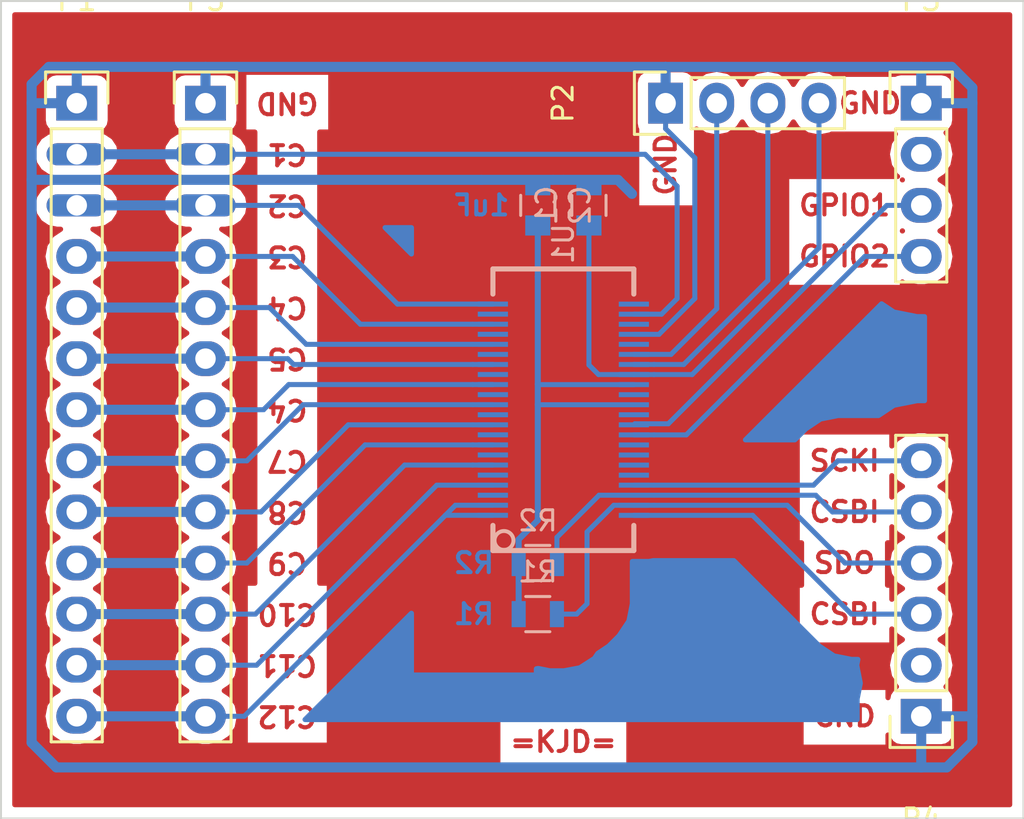
<source format=kicad_pcb>
(kicad_pcb (version 4) (host pcbnew 4.0.4+e1-6308~48~ubuntu16.04.1-stable)

  (general
    (links 48)
    (no_connects 1)
    (area 119.329999 99.009999 170.230001 139.750001)
    (thickness 1.6)
    (drawings 33)
    (tracks 164)
    (zones 0)
    (modules 10)
    (nets 24)
  )

  (page A4)
  (layers
    (0 F.Cu signal)
    (31 B.Cu signal)
    (32 B.Adhes user)
    (33 F.Adhes user)
    (34 B.Paste user hide)
    (35 F.Paste user)
    (36 B.SilkS user hide)
    (37 F.SilkS user hide)
    (38 B.Mask user)
    (39 F.Mask user)
    (40 Dwgs.User user)
    (41 Cmts.User user)
    (42 Eco1.User user)
    (43 Eco2.User user)
    (44 Edge.Cuts user)
    (45 Margin user)
    (46 B.CrtYd user)
    (47 F.CrtYd user)
    (48 B.Fab user hide)
    (49 F.Fab user hide)
  )

  (setup
    (last_trace_width 0.25)
    (user_trace_width 0.25)
    (user_trace_width 0.3)
    (user_trace_width 0.4)
    (user_trace_width 0.5)
    (trace_clearance 0.2)
    (zone_clearance 2)
    (zone_45_only no)
    (trace_min 0.2)
    (segment_width 0.2)
    (edge_width 0.1)
    (via_size 0.6)
    (via_drill 0.4)
    (via_min_size 0.4)
    (via_min_drill 0.3)
    (uvia_size 0.3)
    (uvia_drill 0.1)
    (uvias_allowed no)
    (uvia_min_size 0.2)
    (uvia_min_drill 0.1)
    (pcb_text_width 0.3)
    (pcb_text_size 1.5 1.5)
    (mod_edge_width 0.15)
    (mod_text_size 1 1)
    (mod_text_width 0.15)
    (pad_size 3 1.1)
    (pad_drill 1.016)
    (pad_to_mask_clearance 0)
    (aux_axis_origin 0 0)
    (visible_elements FFFFFF7F)
    (pcbplotparams
      (layerselection 0x01000_80000001)
      (usegerberextensions false)
      (excludeedgelayer true)
      (linewidth 0.100000)
      (plotframeref false)
      (viasonmask false)
      (mode 1)
      (useauxorigin false)
      (hpglpennumber 1)
      (hpglpenspeed 20)
      (hpglpendiameter 15)
      (hpglpenoverlay 2)
      (psnegative false)
      (psa4output false)
      (plotreference true)
      (plotvalue true)
      (plotinvisibletext false)
      (padsonsilk false)
      (subtractmaskfromsilk false)
      (outputformat 1)
      (mirror false)
      (drillshape 0)
      (scaleselection 1)
      (outputdirectory /media/mdh/KINGSTON/))
  )

  (net 0 "")
  (net 1 GND)
  (net 2 "Net-(C1-Pad2)")
  (net 3 +5V)
  (net 4 /C1)
  (net 5 /C2)
  (net 6 /C3)
  (net 7 /C4)
  (net 8 /C5)
  (net 9 /C6)
  (net 10 /C7)
  (net 11 /C8)
  (net 12 /C9)
  (net 13 /C10)
  (net 14 /C11)
  (net 15 /C12)
  (net 16 /GPIO1)
  (net 17 /GPIO2)
  (net 18 /CSBI)
  (net 19 /SDO)
  (net 20 /SCKI)
  (net 21 /Vtemp1)
  (net 22 /Vtemp2)
  (net 23 /SDI)

  (net_class Default "This is the default net class."
    (clearance 0.2)
    (trace_width 0.25)
    (via_dia 0.6)
    (via_drill 0.4)
    (uvia_dia 0.3)
    (uvia_drill 0.1)
    (add_net +5V)
    (add_net /C1)
    (add_net /C10)
    (add_net /C11)
    (add_net /C12)
    (add_net /C2)
    (add_net /C3)
    (add_net /C4)
    (add_net /C5)
    (add_net /C6)
    (add_net /C7)
    (add_net /C8)
    (add_net /C9)
    (add_net /CSBI)
    (add_net /GPIO1)
    (add_net /GPIO2)
    (add_net /SCKI)
    (add_net /SDI)
    (add_net /SDO)
    (add_net /Vtemp1)
    (add_net /Vtemp2)
    (add_net GND)
    (add_net "Net-(C1-Pad2)")
  )

  (module Capacitors_SMD:C_0805 (layer B.Cu) (tedit 5415D6EA) (tstamp 582DB4BB)
    (at 148.59 109.22 270)
    (descr "Capacitor SMD 0805, reflow soldering, AVX (see smccp.pdf)")
    (tags "capacitor 0805")
    (path /58134476)
    (attr smd)
    (fp_text reference C1 (at 0 2.1 270) (layer B.SilkS)
      (effects (font (size 1 1) (thickness 0.15)) (justify mirror))
    )
    (fp_text value C (at 0 -2.1 270) (layer B.Fab)
      (effects (font (size 1 1) (thickness 0.15)) (justify mirror))
    )
    (fp_line (start -1 -0.625) (end -1 0.625) (layer B.Fab) (width 0.15))
    (fp_line (start 1 -0.625) (end -1 -0.625) (layer B.Fab) (width 0.15))
    (fp_line (start 1 0.625) (end 1 -0.625) (layer B.Fab) (width 0.15))
    (fp_line (start -1 0.625) (end 1 0.625) (layer B.Fab) (width 0.15))
    (fp_line (start -1.8 1) (end 1.8 1) (layer B.CrtYd) (width 0.05))
    (fp_line (start -1.8 -1) (end 1.8 -1) (layer B.CrtYd) (width 0.05))
    (fp_line (start -1.8 1) (end -1.8 -1) (layer B.CrtYd) (width 0.05))
    (fp_line (start 1.8 1) (end 1.8 -1) (layer B.CrtYd) (width 0.05))
    (fp_line (start 0.5 0.85) (end -0.5 0.85) (layer B.SilkS) (width 0.15))
    (fp_line (start -0.5 -0.85) (end 0.5 -0.85) (layer B.SilkS) (width 0.15))
    (pad 1 smd rect (at -1 0 270) (size 1 1.25) (layers B.Cu B.Paste B.Mask)
      (net 1 GND))
    (pad 2 smd rect (at 1 0 270) (size 1 1.25) (layers B.Cu B.Paste B.Mask)
      (net 2 "Net-(C1-Pad2)"))
    (model Capacitors_SMD.3dshapes/C_0805.wrl
      (at (xyz 0 0 0))
      (scale (xyz 1 1 1))
      (rotate (xyz 0 0 0))
    )
  )

  (module Capacitors_SMD:C_0805 (layer B.Cu) (tedit 5415D6EA) (tstamp 582DB4C1)
    (at 146.05 109.22 90)
    (descr "Capacitor SMD 0805, reflow soldering, AVX (see smccp.pdf)")
    (tags "capacitor 0805")
    (path /581340D0)
    (attr smd)
    (fp_text reference C2 (at 0 2.1 90) (layer B.SilkS)
      (effects (font (size 1 1) (thickness 0.15)) (justify mirror))
    )
    (fp_text value C (at 0 -2.1 90) (layer B.Fab)
      (effects (font (size 1 1) (thickness 0.15)) (justify mirror))
    )
    (fp_line (start -1 -0.625) (end -1 0.625) (layer B.Fab) (width 0.15))
    (fp_line (start 1 -0.625) (end -1 -0.625) (layer B.Fab) (width 0.15))
    (fp_line (start 1 0.625) (end 1 -0.625) (layer B.Fab) (width 0.15))
    (fp_line (start -1 0.625) (end 1 0.625) (layer B.Fab) (width 0.15))
    (fp_line (start -1.8 1) (end 1.8 1) (layer B.CrtYd) (width 0.05))
    (fp_line (start -1.8 -1) (end 1.8 -1) (layer B.CrtYd) (width 0.05))
    (fp_line (start -1.8 1) (end -1.8 -1) (layer B.CrtYd) (width 0.05))
    (fp_line (start 1.8 1) (end 1.8 -1) (layer B.CrtYd) (width 0.05))
    (fp_line (start 0.5 0.85) (end -0.5 0.85) (layer B.SilkS) (width 0.15))
    (fp_line (start -0.5 -0.85) (end 0.5 -0.85) (layer B.SilkS) (width 0.15))
    (pad 1 smd rect (at -1 0 90) (size 1 1.25) (layers B.Cu B.Paste B.Mask)
      (net 3 +5V))
    (pad 2 smd rect (at 1 0 90) (size 1 1.25) (layers B.Cu B.Paste B.Mask)
      (net 1 GND))
    (model Capacitors_SMD.3dshapes/C_0805.wrl
      (at (xyz 0 0 0))
      (scale (xyz 1 1 1))
      (rotate (xyz 0 0 0))
    )
  )

  (module Pin_Headers:Pin_Header_Straight_1x13 (layer F.Cu) (tedit 582DBB06) (tstamp 582DB4D2)
    (at 123.143333 104.14)
    (descr "Through hole pin header")
    (tags "pin header")
    (path /58134AE3)
    (fp_text reference P1 (at 0 -5.1) (layer F.SilkS)
      (effects (font (size 1 1) (thickness 0.15)))
    )
    (fp_text value CONN_01X13 (at 0 -3.1) (layer F.Fab)
      (effects (font (size 1 1) (thickness 0.15)))
    )
    (fp_line (start -1.75 -1.75) (end -1.75 32.25) (layer F.CrtYd) (width 0.05))
    (fp_line (start 1.75 -1.75) (end 1.75 32.25) (layer F.CrtYd) (width 0.05))
    (fp_line (start -1.75 -1.75) (end 1.75 -1.75) (layer F.CrtYd) (width 0.05))
    (fp_line (start -1.75 32.25) (end 1.75 32.25) (layer F.CrtYd) (width 0.05))
    (fp_line (start -1.27 1.27) (end -1.27 31.75) (layer F.SilkS) (width 0.15))
    (fp_line (start -1.27 31.75) (end 1.27 31.75) (layer F.SilkS) (width 0.15))
    (fp_line (start 1.27 31.75) (end 1.27 1.27) (layer F.SilkS) (width 0.15))
    (fp_line (start 1.55 -1.55) (end 1.55 0) (layer F.SilkS) (width 0.15))
    (fp_line (start 1.27 1.27) (end -1.27 1.27) (layer F.SilkS) (width 0.15))
    (fp_line (start -1.55 0) (end -1.55 -1.55) (layer F.SilkS) (width 0.15))
    (fp_line (start -1.55 -1.55) (end 1.55 -1.55) (layer F.SilkS) (width 0.15))
    (pad 1 thru_hole rect (at 0 0) (size 2.032 1.7272) (drill 1.016) (layers *.Cu *.Mask)
      (net 1 GND))
    (pad 2 thru_hole oval (at 0 2.54) (size 3 1.1) (drill 1.016) (layers *.Cu *.Mask)
      (net 4 /C1))
    (pad 3 thru_hole oval (at 0 5.08) (size 3 1.1) (drill 1.016) (layers *.Cu *.Mask)
      (net 5 /C2))
    (pad 4 thru_hole oval (at 0 7.62) (size 2.032 1.7272) (drill 1.016) (layers *.Cu *.Mask)
      (net 6 /C3))
    (pad 5 thru_hole oval (at 0 10.16) (size 2.032 1.7272) (drill 1.016) (layers *.Cu *.Mask)
      (net 7 /C4))
    (pad 6 thru_hole oval (at 0 12.7) (size 2.032 1.7272) (drill 1.016) (layers *.Cu *.Mask)
      (net 8 /C5))
    (pad 7 thru_hole oval (at 0 15.24) (size 2.032 1.7272) (drill 1.016) (layers *.Cu *.Mask)
      (net 9 /C6))
    (pad 8 thru_hole oval (at 0 17.78) (size 2.032 1.7272) (drill 1.016) (layers *.Cu *.Mask)
      (net 10 /C7))
    (pad 9 thru_hole oval (at 0 20.32) (size 2.032 1.7272) (drill 1.016) (layers *.Cu *.Mask)
      (net 11 /C8))
    (pad 10 thru_hole oval (at 0 22.86) (size 2.032 1.7272) (drill 1.016) (layers *.Cu *.Mask)
      (net 12 /C9))
    (pad 11 thru_hole oval (at 0 25.4) (size 2.032 1.7272) (drill 1.016) (layers *.Cu *.Mask)
      (net 13 /C10))
    (pad 12 thru_hole oval (at 0 27.94) (size 2.032 1.7272) (drill 1.016) (layers *.Cu *.Mask)
      (net 14 /C11))
    (pad 13 thru_hole oval (at 0 30.48) (size 2.032 1.7272) (drill 1.016) (layers *.Cu *.Mask)
      (net 15 /C12))
    (model Pin_Headers.3dshapes/Pin_Header_Straight_1x13.wrl
      (at (xyz 0 -0.6 0))
      (scale (xyz 1 1 1))
      (rotate (xyz 0 0 90))
    )
  )

  (module Pin_Headers:Pin_Header_Straight_1x04 (layer F.Cu) (tedit 0) (tstamp 582DB4DA)
    (at 152.4 104.14 90)
    (descr "Through hole pin header")
    (tags "pin header")
    (path /58134C1B)
    (fp_text reference P2 (at 0 -5.1 90) (layer F.SilkS)
      (effects (font (size 1 1) (thickness 0.15)))
    )
    (fp_text value CONN_01X04 (at 0 -3.1 90) (layer F.Fab)
      (effects (font (size 1 1) (thickness 0.15)))
    )
    (fp_line (start -1.75 -1.75) (end -1.75 9.4) (layer F.CrtYd) (width 0.05))
    (fp_line (start 1.75 -1.75) (end 1.75 9.4) (layer F.CrtYd) (width 0.05))
    (fp_line (start -1.75 -1.75) (end 1.75 -1.75) (layer F.CrtYd) (width 0.05))
    (fp_line (start -1.75 9.4) (end 1.75 9.4) (layer F.CrtYd) (width 0.05))
    (fp_line (start -1.27 1.27) (end -1.27 8.89) (layer F.SilkS) (width 0.15))
    (fp_line (start 1.27 1.27) (end 1.27 8.89) (layer F.SilkS) (width 0.15))
    (fp_line (start 1.55 -1.55) (end 1.55 0) (layer F.SilkS) (width 0.15))
    (fp_line (start -1.27 8.89) (end 1.27 8.89) (layer F.SilkS) (width 0.15))
    (fp_line (start 1.27 1.27) (end -1.27 1.27) (layer F.SilkS) (width 0.15))
    (fp_line (start -1.55 0) (end -1.55 -1.55) (layer F.SilkS) (width 0.15))
    (fp_line (start -1.55 -1.55) (end 1.55 -1.55) (layer F.SilkS) (width 0.15))
    (pad 1 thru_hole rect (at 0 0 90) (size 2.032 1.7272) (drill 1.016) (layers *.Cu *.Mask)
      (net 1 GND))
    (pad 2 thru_hole oval (at 0 2.54 90) (size 2.032 1.7272) (drill 1.016) (layers *.Cu *.Mask)
      (net 21 /Vtemp1))
    (pad 3 thru_hole oval (at 0 5.08 90) (size 2.032 1.7272) (drill 1.016) (layers *.Cu *.Mask)
      (net 22 /Vtemp2))
    (pad 4 thru_hole oval (at 0 7.62 90) (size 2.032 1.7272) (drill 1.016) (layers *.Cu *.Mask)
      (net 2 "Net-(C1-Pad2)"))
    (model Pin_Headers.3dshapes/Pin_Header_Straight_1x04.wrl
      (at (xyz 0 -0.15 0))
      (scale (xyz 1 1 1))
      (rotate (xyz 0 0 90))
    )
  )

  (module Pin_Headers:Pin_Header_Straight_1x04 (layer F.Cu) (tedit 0) (tstamp 582DB4E2)
    (at 165.1 104.14)
    (descr "Through hole pin header")
    (tags "pin header")
    (path /5813505B)
    (fp_text reference P3 (at 0 -5.1) (layer F.SilkS)
      (effects (font (size 1 1) (thickness 0.15)))
    )
    (fp_text value CONN_01X04 (at 0 -3.1) (layer F.Fab)
      (effects (font (size 1 1) (thickness 0.15)))
    )
    (fp_line (start -1.75 -1.75) (end -1.75 9.4) (layer F.CrtYd) (width 0.05))
    (fp_line (start 1.75 -1.75) (end 1.75 9.4) (layer F.CrtYd) (width 0.05))
    (fp_line (start -1.75 -1.75) (end 1.75 -1.75) (layer F.CrtYd) (width 0.05))
    (fp_line (start -1.75 9.4) (end 1.75 9.4) (layer F.CrtYd) (width 0.05))
    (fp_line (start -1.27 1.27) (end -1.27 8.89) (layer F.SilkS) (width 0.15))
    (fp_line (start 1.27 1.27) (end 1.27 8.89) (layer F.SilkS) (width 0.15))
    (fp_line (start 1.55 -1.55) (end 1.55 0) (layer F.SilkS) (width 0.15))
    (fp_line (start -1.27 8.89) (end 1.27 8.89) (layer F.SilkS) (width 0.15))
    (fp_line (start 1.27 1.27) (end -1.27 1.27) (layer F.SilkS) (width 0.15))
    (fp_line (start -1.55 0) (end -1.55 -1.55) (layer F.SilkS) (width 0.15))
    (fp_line (start -1.55 -1.55) (end 1.55 -1.55) (layer F.SilkS) (width 0.15))
    (pad 1 thru_hole rect (at 0 0) (size 2.032 1.7272) (drill 1.016) (layers *.Cu *.Mask)
      (net 1 GND))
    (pad 2 thru_hole oval (at 0 2.54) (size 2.032 1.7272) (drill 1.016) (layers *.Cu *.Mask))
    (pad 3 thru_hole oval (at 0 5.08) (size 2.032 1.7272) (drill 1.016) (layers *.Cu *.Mask)
      (net 16 /GPIO1))
    (pad 4 thru_hole oval (at 0 7.62) (size 2.032 1.7272) (drill 1.016) (layers *.Cu *.Mask)
      (net 17 /GPIO2))
    (model Pin_Headers.3dshapes/Pin_Header_Straight_1x04.wrl
      (at (xyz 0 -0.15 0))
      (scale (xyz 1 1 1))
      (rotate (xyz 0 0 90))
    )
  )

  (module Pin_Headers:Pin_Header_Straight_1x06 (layer F.Cu) (tedit 0) (tstamp 582DB4EC)
    (at 165.1 134.62 180)
    (descr "Through hole pin header")
    (tags "pin header")
    (path /58135470)
    (fp_text reference P4 (at 0 -5.1 180) (layer F.SilkS)
      (effects (font (size 1 1) (thickness 0.15)))
    )
    (fp_text value CONN_01X06 (at 0 -3.1 180) (layer F.Fab)
      (effects (font (size 1 1) (thickness 0.15)))
    )
    (fp_line (start -1.75 -1.75) (end -1.75 14.45) (layer F.CrtYd) (width 0.05))
    (fp_line (start 1.75 -1.75) (end 1.75 14.45) (layer F.CrtYd) (width 0.05))
    (fp_line (start -1.75 -1.75) (end 1.75 -1.75) (layer F.CrtYd) (width 0.05))
    (fp_line (start -1.75 14.45) (end 1.75 14.45) (layer F.CrtYd) (width 0.05))
    (fp_line (start 1.27 1.27) (end 1.27 13.97) (layer F.SilkS) (width 0.15))
    (fp_line (start 1.27 13.97) (end -1.27 13.97) (layer F.SilkS) (width 0.15))
    (fp_line (start -1.27 13.97) (end -1.27 1.27) (layer F.SilkS) (width 0.15))
    (fp_line (start 1.55 -1.55) (end 1.55 0) (layer F.SilkS) (width 0.15))
    (fp_line (start 1.27 1.27) (end -1.27 1.27) (layer F.SilkS) (width 0.15))
    (fp_line (start -1.55 0) (end -1.55 -1.55) (layer F.SilkS) (width 0.15))
    (fp_line (start -1.55 -1.55) (end 1.55 -1.55) (layer F.SilkS) (width 0.15))
    (pad 1 thru_hole rect (at 0 0 180) (size 2.032 1.7272) (drill 1.016) (layers *.Cu *.Mask)
      (net 1 GND))
    (pad 2 thru_hole oval (at 0 2.54 180) (size 2.032 1.7272) (drill 1.016) (layers *.Cu *.Mask))
    (pad 3 thru_hole oval (at 0 5.08 180) (size 2.032 1.7272) (drill 1.016) (layers *.Cu *.Mask)
      (net 18 /CSBI))
    (pad 4 thru_hole oval (at 0 7.62 180) (size 2.032 1.7272) (drill 1.016) (layers *.Cu *.Mask)
      (net 19 /SDO))
    (pad 5 thru_hole oval (at 0 10.16 180) (size 2.032 1.7272) (drill 1.016) (layers *.Cu *.Mask)
      (net 23 /SDI))
    (pad 6 thru_hole oval (at 0 12.7 180) (size 2.032 1.7272) (drill 1.016) (layers *.Cu *.Mask)
      (net 20 /SCKI))
    (model Pin_Headers.3dshapes/Pin_Header_Straight_1x06.wrl
      (at (xyz 0 -0.25 0))
      (scale (xyz 1 1 1))
      (rotate (xyz 0 0 90))
    )
  )

  (module Pin_Headers:Pin_Header_Straight_1x13 (layer F.Cu) (tedit 582DBAFE) (tstamp 582DB4FD)
    (at 129.54 104.14)
    (descr "Through hole pin header")
    (tags "pin header")
    (path /582DD503)
    (fp_text reference P5 (at 0 -5.1) (layer F.SilkS)
      (effects (font (size 1 1) (thickness 0.15)))
    )
    (fp_text value CONN_01X13 (at 0 -3.1) (layer F.Fab)
      (effects (font (size 1 1) (thickness 0.15)))
    )
    (fp_line (start -1.75 -1.75) (end -1.75 32.25) (layer F.CrtYd) (width 0.05))
    (fp_line (start 1.75 -1.75) (end 1.75 32.25) (layer F.CrtYd) (width 0.05))
    (fp_line (start -1.75 -1.75) (end 1.75 -1.75) (layer F.CrtYd) (width 0.05))
    (fp_line (start -1.75 32.25) (end 1.75 32.25) (layer F.CrtYd) (width 0.05))
    (fp_line (start -1.27 1.27) (end -1.27 31.75) (layer F.SilkS) (width 0.15))
    (fp_line (start -1.27 31.75) (end 1.27 31.75) (layer F.SilkS) (width 0.15))
    (fp_line (start 1.27 31.75) (end 1.27 1.27) (layer F.SilkS) (width 0.15))
    (fp_line (start 1.55 -1.55) (end 1.55 0) (layer F.SilkS) (width 0.15))
    (fp_line (start 1.27 1.27) (end -1.27 1.27) (layer F.SilkS) (width 0.15))
    (fp_line (start -1.55 0) (end -1.55 -1.55) (layer F.SilkS) (width 0.15))
    (fp_line (start -1.55 -1.55) (end 1.55 -1.55) (layer F.SilkS) (width 0.15))
    (pad 1 thru_hole rect (at 0 0) (size 2.032 1.7272) (drill 1.016) (layers *.Cu *.Mask)
      (net 1 GND))
    (pad 2 thru_hole oval (at 0 2.54) (size 3 1.1) (drill 1.016) (layers *.Cu *.Mask)
      (net 4 /C1))
    (pad 3 thru_hole oval (at 0 5.08) (size 3 1.1) (drill 1.016) (layers *.Cu *.Mask)
      (net 5 /C2))
    (pad 4 thru_hole oval (at 0 7.62) (size 2.032 1.7272) (drill 1.016) (layers *.Cu *.Mask)
      (net 6 /C3))
    (pad 5 thru_hole oval (at 0 10.16) (size 2.032 1.7272) (drill 1.016) (layers *.Cu *.Mask)
      (net 7 /C4))
    (pad 6 thru_hole oval (at 0 12.7) (size 2.032 1.7272) (drill 1.016) (layers *.Cu *.Mask)
      (net 8 /C5))
    (pad 7 thru_hole oval (at 0 15.24) (size 2.032 1.7272) (drill 1.016) (layers *.Cu *.Mask)
      (net 9 /C6))
    (pad 8 thru_hole oval (at 0 17.78) (size 2.032 1.7272) (drill 1.016) (layers *.Cu *.Mask)
      (net 10 /C7))
    (pad 9 thru_hole oval (at 0 20.32) (size 2.032 1.7272) (drill 1.016) (layers *.Cu *.Mask)
      (net 11 /C8))
    (pad 10 thru_hole oval (at 0 22.86) (size 2.032 1.7272) (drill 1.016) (layers *.Cu *.Mask)
      (net 12 /C9))
    (pad 11 thru_hole oval (at 0 25.4) (size 2.032 1.7272) (drill 1.016) (layers *.Cu *.Mask)
      (net 13 /C10))
    (pad 12 thru_hole oval (at 0 27.94) (size 2.032 1.7272) (drill 1.016) (layers *.Cu *.Mask)
      (net 14 /C11))
    (pad 13 thru_hole oval (at 0 30.48) (size 2.032 1.7272) (drill 1.016) (layers *.Cu *.Mask)
      (net 15 /C12))
    (model Pin_Headers.3dshapes/Pin_Header_Straight_1x13.wrl
      (at (xyz 0 -0.6 0))
      (scale (xyz 1 1 1))
      (rotate (xyz 0 0 90))
    )
  )

  (module KiCad-Dev:SSOP-44 placed (layer B.Cu) (tedit 5146436F) (tstamp 582DB539)
    (at 147.32 119.38 90)
    (path /58133900)
    (solder_mask_margin 0.0508)
    (fp_text reference U1 (at 8.25 0 90) (layer B.SilkS)
      (effects (font (size 1.00076 1.00076) (thickness 0.14986)) (justify mirror))
    )
    (fp_text value LTC6802-2 (at -0.14986 -1.39954 90) (layer B.SilkS) hide
      (effects (font (thickness 0.3048)) (justify mirror))
    )
    (fp_line (start 5.75 3.5) (end 7 3.5) (layer B.SilkS) (width 0.254))
    (fp_line (start 7 3.5) (end 7 -3.5) (layer B.SilkS) (width 0.254))
    (fp_line (start 7 -3.5) (end 5.75 -3.5) (layer B.SilkS) (width 0.254))
    (fp_line (start -5.75 3.5) (end -7 3.5) (layer B.SilkS) (width 0.254))
    (fp_line (start -7 3.5) (end -7 -3.5) (layer B.SilkS) (width 0.254))
    (fp_line (start -7 -3.5) (end -5.75 -3.5) (layer B.SilkS) (width 0.254))
    (fp_circle (center -6.4991 -2.95034) (end -6.10032 -3.19926) (layer B.SilkS) (width 0.19558))
    (pad 1 smd rect (at -5.24764 -3.50266 90) (size 0.24892 1.4986) (layers B.Cu B.Paste B.Mask)
      (net 15 /C12))
    (pad 2 smd rect (at -4.74726 -3.50266 90) (size 0.24892 1.4986) (layers B.Cu B.Paste B.Mask)
      (net 15 /C12))
    (pad 3 smd rect (at -4.24942 -3.50266 90) (size 0.24892 1.4986) (layers B.Cu B.Paste B.Mask))
    (pad 4 smd rect (at -3.74904 -3.50266 90) (size 0.24892 1.4986) (layers B.Cu B.Paste B.Mask)
      (net 14 /C11))
    (pad 5 smd rect (at -3.24866 -3.50266 90) (size 0.24892 1.4986) (layers B.Cu B.Paste B.Mask))
    (pad 6 smd rect (at -2.74828 -3.50266 90) (size 0.24892 1.4986) (layers B.Cu B.Paste B.Mask)
      (net 13 /C10))
    (pad 7 smd rect (at -2.2479 -3.50266 90) (size 0.24892 1.4986) (layers B.Cu B.Paste B.Mask))
    (pad 8 smd rect (at -1.74752 -3.50266 90) (size 0.24892 1.4986) (layers B.Cu B.Paste B.Mask)
      (net 12 /C9))
    (pad 9 smd rect (at -1.24714 -3.50266 90) (size 0.24892 1.4986) (layers B.Cu B.Paste B.Mask))
    (pad 10 smd rect (at -0.7493 -3.50266 90) (size 0.24892 1.4986) (layers B.Cu B.Paste B.Mask)
      (net 11 /C8))
    (pad 11 smd rect (at -0.24892 -3.50266 90) (size 0.24892 1.4986) (layers B.Cu B.Paste B.Mask))
    (pad 12 smd rect (at 0.25146 -3.50266 90) (size 0.24892 1.4986) (layers B.Cu B.Paste B.Mask)
      (net 10 /C7))
    (pad 13 smd rect (at 0.75184 -3.50266 90) (size 0.24892 1.4986) (layers B.Cu B.Paste B.Mask))
    (pad 14 smd rect (at 1.25222 -3.50266 90) (size 0.24892 1.4986) (layers B.Cu B.Paste B.Mask)
      (net 9 /C6))
    (pad 15 smd rect (at 1.7526 -3.50266 90) (size 0.24892 1.4986) (layers B.Cu B.Paste B.Mask))
    (pad 16 smd rect (at 2.25044 -3.50266 90) (size 0.24892 1.4986) (layers B.Cu B.Paste B.Mask)
      (net 8 /C5))
    (pad 17 smd rect (at 2.75082 -3.50266 90) (size 0.24892 1.4986) (layers B.Cu B.Paste B.Mask))
    (pad 18 smd rect (at 3.2512 -3.50266 90) (size 0.24892 1.4986) (layers B.Cu B.Paste B.Mask)
      (net 7 /C4))
    (pad 19 smd rect (at 3.75158 -3.50266 90) (size 0.24892 1.4986) (layers B.Cu B.Paste B.Mask))
    (pad 20 smd rect (at 4.25196 -3.50266 90) (size 0.24892 1.4986) (layers B.Cu B.Paste B.Mask)
      (net 6 /C3))
    (pad 21 smd rect (at 4.75234 -3.50266 90) (size 0.24892 1.4986) (layers B.Cu B.Paste B.Mask))
    (pad 22 smd rect (at 5.25272 -3.50266 90) (size 0.24892 1.4986) (layers B.Cu B.Paste B.Mask)
      (net 5 /C2))
    (pad 23 smd rect (at 5.25018 3.50266 90) (size 0.24892 1.4986) (layers B.Cu B.Paste B.Mask))
    (pad 24 smd rect (at 4.7498 3.50266 90) (size 0.24892 1.4986) (layers B.Cu B.Paste B.Mask)
      (net 4 /C1))
    (pad 25 smd rect (at 4.24942 3.50266 90) (size 0.24892 1.4986) (layers B.Cu B.Paste B.Mask))
    (pad 26 smd rect (at 3.74904 3.50266 90) (size 0.24892 1.4986) (layers B.Cu B.Paste B.Mask)
      (net 1 GND))
    (pad 27 smd rect (at 3.2512 3.50266 90) (size 0.24892 1.4986) (layers B.Cu B.Paste B.Mask))
    (pad 28 smd rect (at 2.75082 3.50266 90) (size 0.24892 1.4986) (layers B.Cu B.Paste B.Mask)
      (net 21 /Vtemp1))
    (pad 29 smd rect (at 2.25044 3.50266 90) (size 0.24892 1.4986) (layers B.Cu B.Paste B.Mask)
      (net 22 /Vtemp2))
    (pad 30 smd rect (at 1.75006 3.50266 90) (size 0.24892 1.4986) (layers B.Cu B.Paste B.Mask)
      (net 2 "Net-(C1-Pad2)"))
    (pad 31 smd rect (at 1.24968 3.50266 90) (size 0.24892 1.4986) (layers B.Cu B.Paste B.Mask)
      (net 3 +5V))
    (pad 32 smd rect (at 0.7493 3.50266 90) (size 0.24892 1.4986) (layers B.Cu B.Paste B.Mask))
    (pad 33 smd rect (at 0.24892 3.50266 90) (size 0.24892 1.4986) (layers B.Cu B.Paste B.Mask)
      (net 3 +5V))
    (pad 34 smd rect (at -0.24892 3.50266 90) (size 0.24892 1.4986) (layers B.Cu B.Paste B.Mask))
    (pad 35 smd rect (at -0.7493 3.50266 90) (size 0.24892 1.4986) (layers B.Cu B.Paste B.Mask)
      (net 16 /GPIO1))
    (pad 36 smd rect (at -1.24968 3.50266 90) (size 0.24892 1.4986) (layers B.Cu B.Paste B.Mask)
      (net 17 /GPIO2))
    (pad 37 smd rect (at -1.75006 3.50266 90) (size 0.24892 1.4986) (layers B.Cu B.Paste B.Mask))
    (pad 38 smd rect (at -2.25044 3.50266 90) (size 0.24892 1.4986) (layers B.Cu B.Paste B.Mask))
    (pad 39 smd rect (at -2.75082 3.50266 90) (size 0.24892 1.4986) (layers B.Cu B.Paste B.Mask))
    (pad 40 smd rect (at -3.2512 3.50266 90) (size 0.24892 1.4986) (layers B.Cu B.Paste B.Mask))
    (pad 41 smd rect (at -3.74904 3.50266 90) (size 0.24892 1.4986) (layers B.Cu B.Paste B.Mask)
      (net 20 /SCKI))
    (pad 42 smd rect (at -4.24942 3.50266 90) (size 0.24892 1.4986) (layers B.Cu B.Paste B.Mask)
      (net 23 /SDI))
    (pad 43 smd rect (at -4.7498 3.50266 90) (size 0.24892 1.4986) (layers B.Cu B.Paste B.Mask)
      (net 19 /SDO))
    (pad 44 smd rect (at -5.25018 3.50266 90) (size 0.24892 1.4986) (layers B.Cu B.Paste B.Mask)
      (net 18 /CSBI))
  )

  (module Resistors_SMD:R_0805 (layer B.Cu) (tedit 5415CDEB) (tstamp 582DBBE5)
    (at 146.05 129.54 180)
    (descr "Resistor SMD 0805, reflow soldering, Vishay (see dcrcw.pdf)")
    (tags "resistor 0805")
    (path /58133EAB)
    (attr smd)
    (fp_text reference R1 (at 0 2.1 180) (layer B.SilkS)
      (effects (font (size 1 1) (thickness 0.15)) (justify mirror))
    )
    (fp_text value R (at 0 -2.1 180) (layer B.Fab)
      (effects (font (size 1 1) (thickness 0.15)) (justify mirror))
    )
    (fp_line (start -1.6 1) (end 1.6 1) (layer B.CrtYd) (width 0.05))
    (fp_line (start -1.6 -1) (end 1.6 -1) (layer B.CrtYd) (width 0.05))
    (fp_line (start -1.6 1) (end -1.6 -1) (layer B.CrtYd) (width 0.05))
    (fp_line (start 1.6 1) (end 1.6 -1) (layer B.CrtYd) (width 0.05))
    (fp_line (start 0.6 -0.875) (end -0.6 -0.875) (layer B.SilkS) (width 0.15))
    (fp_line (start -0.6 0.875) (end 0.6 0.875) (layer B.SilkS) (width 0.15))
    (pad 1 smd rect (at -0.95 0 180) (size 0.7 1.3) (layers B.Cu B.Paste B.Mask)
      (net 19 /SDO))
    (pad 2 smd rect (at 0.95 0 180) (size 0.7 1.3) (layers B.Cu B.Paste B.Mask)
      (net 3 +5V))
    (model Resistors_SMD.3dshapes/R_0805.wrl
      (at (xyz 0 0 0))
      (scale (xyz 1 1 1))
      (rotate (xyz 0 0 0))
    )
  )

  (module Resistors_SMD:R_0805 (layer B.Cu) (tedit 5415CDEB) (tstamp 582DBC19)
    (at 146.05 127 180)
    (descr "Resistor SMD 0805, reflow soldering, Vishay (see dcrcw.pdf)")
    (tags "resistor 0805")
    (path /58133F04)
    (attr smd)
    (fp_text reference R2 (at 0 2.1 180) (layer B.SilkS)
      (effects (font (size 1 1) (thickness 0.15)) (justify mirror))
    )
    (fp_text value R (at 0 -2.1 180) (layer B.Fab)
      (effects (font (size 1 1) (thickness 0.15)) (justify mirror))
    )
    (fp_line (start -1.6 1) (end 1.6 1) (layer B.CrtYd) (width 0.05))
    (fp_line (start -1.6 -1) (end 1.6 -1) (layer B.CrtYd) (width 0.05))
    (fp_line (start -1.6 1) (end -1.6 -1) (layer B.CrtYd) (width 0.05))
    (fp_line (start 1.6 1) (end 1.6 -1) (layer B.CrtYd) (width 0.05))
    (fp_line (start 0.6 -0.875) (end -0.6 -0.875) (layer B.SilkS) (width 0.15))
    (fp_line (start -0.6 0.875) (end 0.6 0.875) (layer B.SilkS) (width 0.15))
    (pad 1 smd rect (at -0.95 0 180) (size 0.7 1.3) (layers B.Cu B.Paste B.Mask)
      (net 23 /SDI))
    (pad 2 smd rect (at 0.95 0 180) (size 0.7 1.3) (layers B.Cu B.Paste B.Mask)
      (net 3 +5V))
    (model Resistors_SMD.3dshapes/R_0805.wrl
      (at (xyz 0 0 0))
      (scale (xyz 1 1 1))
      (rotate (xyz 0 0 0))
    )
  )

  (gr_line (start 119.38 139.7) (end 170.18 139.7) (layer Edge.Cuts) (width 0.1))
  (gr_line (start 119.38 99.06) (end 119.38 139.7) (layer Edge.Cuts) (width 0.1))
  (gr_line (start 170.18 99.06) (end 119.38 99.06) (layer Edge.Cuts) (width 0.1))
  (gr_line (start 170.18 139.7) (end 170.18 99.06) (layer Edge.Cuts) (width 0.1))
  (gr_text =KJD= (at 147.32 135.89) (layer F.Cu)
    (effects (font (size 1 1) (thickness 0.2)))
  )
  (gr_text 1uF (at 143.256 109.22 360) (layer B.Cu) (tstamp 582DC553)
    (effects (font (size 1 1) (thickness 0.2)) (justify mirror))
  )
  (gr_text R1 (at 142.875 129.54) (layer B.Cu) (tstamp 582DC549)
    (effects (font (size 1 1) (thickness 0.2)) (justify mirror))
  )
  (gr_text R2 (at 142.875 127) (layer B.Cu) (tstamp 582DC4D2)
    (effects (font (size 1 1) (thickness 0.2)) (justify mirror))
  )
  (gr_text GND (at 162.56 104.14) (layer F.Cu) (tstamp 582DC1B8)
    (effects (font (size 1 1) (thickness 0.2)))
  )
  (gr_text GPIO1 (at 161.29 109.22) (layer F.Cu) (tstamp 582DC1B2)
    (effects (font (size 1 1) (thickness 0.2)))
  )
  (gr_text GPIO2 (at 161.29 111.76) (layer F.Cu) (tstamp 582DC1AB)
    (effects (font (size 1 1) (thickness 0.2)))
  )
  (gr_text SCKI (at 161.29 121.92) (layer F.Cu) (tstamp 582DC1A2)
    (effects (font (size 1 1) (thickness 0.2)))
  )
  (gr_text CSBI (at 161.29 124.46) (layer F.Cu) (tstamp 582DC19B)
    (effects (font (size 1 1) (thickness 0.2)))
  )
  (gr_text SDO (at 161.29 127) (layer F.Cu) (tstamp 582DC195)
    (effects (font (size 1 1) (thickness 0.2)))
  )
  (gr_text CSBI (at 161.29 129.54) (layer F.Cu) (tstamp 582DC18F)
    (effects (font (size 1 1) (thickness 0.2)))
  )
  (gr_text C12 (at 133.604 134.62 180) (layer F.Cu) (tstamp 582DBD3C)
    (effects (font (size 1 1) (thickness 0.2)))
  )
  (gr_text C11 (at 133.604 132.08 180) (layer F.Cu) (tstamp 582DBD39)
    (effects (font (size 1 1) (thickness 0.2)))
  )
  (gr_text C10 (at 133.604 129.54 180) (layer F.Cu) (tstamp 582DBD34)
    (effects (font (size 1 1) (thickness 0.2)))
  )
  (gr_text C9 (at 133.604 127 180) (layer F.Cu) (tstamp 582DBD29)
    (effects (font (size 1 1) (thickness 0.2)))
  )
  (gr_text C8 (at 133.604 124.46 180) (layer F.Cu) (tstamp 582DBD24)
    (effects (font (size 1 1) (thickness 0.2)))
  )
  (gr_text C7 (at 133.604 121.92 180) (layer F.Cu) (tstamp 582DBD1F)
    (effects (font (size 1 1) (thickness 0.2)))
  )
  (gr_text C4 (at 133.604 119.38 180) (layer F.Cu) (tstamp 582DBD15)
    (effects (font (size 1 1) (thickness 0.2)))
  )
  (gr_text C5 (at 133.604 116.84 180) (layer F.Cu) (tstamp 582DBD10)
    (effects (font (size 1 1) (thickness 0.2)))
  )
  (gr_text C4 (at 133.604 114.3 180) (layer F.Cu) (tstamp 582DBD0C)
    (effects (font (size 1 1) (thickness 0.2)))
  )
  (gr_text C3 (at 133.604 111.76 180) (layer F.Cu) (tstamp 582DBD07)
    (effects (font (size 1 1) (thickness 0.2)))
  )
  (gr_text C2 (at 133.604 109.22 180) (layer F.Cu) (tstamp 582DBCFE)
    (effects (font (size 1 1) (thickness 0.2)))
  )
  (gr_text C1 (at 133.604 106.68 180) (layer F.Cu) (tstamp 582DBCF7)
    (effects (font (size 1 1) (thickness 0.2)))
  )
  (gr_text GND (at 133.604 104.14 180) (layer F.Cu) (tstamp 582DBCF3)
    (effects (font (size 1 1) (thickness 0.2)))
  )
  (gr_text GND (at 152.4 107.188 90) (layer F.Cu) (tstamp 582DBCEB)
    (effects (font (size 1 1) (thickness 0.2)))
  )
  (gr_text GND (at 161.29 134.62) (layer F.Cu)
    (effects (font (size 1 1) (thickness 0.2)))
  )
  (gr_line (start 147.32 134.62) (end 147.32 119.38) (layer Dwgs.User) (width 0.2))
  (gr_line (start 162.56 134.62) (end 147.32 134.62) (layer Dwgs.User) (width 0.2) (tstamp 582DB7AE))
  (gr_line (start 147.32 134.62) (end 132.08 134.62) (layer Dwgs.User) (width 0.2))

  (segment (start 147.32 107.95) (end 150.031882 107.95) (width 0.5) (layer B.Cu) (net 1))
  (segment (start 150.031882 107.95) (end 150.729682 108.6478) (width 0.5) (layer B.Cu) (net 1))
  (segment (start 146.812 107.95) (end 147.32 107.95) (width 0.5) (layer B.Cu) (net 1))
  (segment (start 147.32 107.95) (end 148.082 107.95) (width 0.25) (layer B.Cu) (net 1))
  (segment (start 143.24 107.95) (end 146.812 107.95) (width 0.5) (layer B.Cu) (net 1))
  (segment (start 146.812 107.95) (end 146.32 107.95) (width 0.25) (layer B.Cu) (net 1))
  (segment (start 146.32 107.95) (end 146.05 108.22) (width 0.25) (layer B.Cu) (net 1))
  (segment (start 148.59 108.22) (end 148.59 107.95) (width 0.25) (layer B.Cu) (net 1))
  (segment (start 120.901705 107.95) (end 143.24 107.95) (width 0.5) (layer B.Cu) (net 1))
  (segment (start 122.132064 137.16) (end 165.1 137.16) (width 0.5) (layer B.Cu) (net 1))
  (segment (start 165.1 137.16) (end 166.37 137.16) (width 0.5) (layer B.Cu) (net 1))
  (segment (start 165.1 134.62) (end 165.1 137.16) (width 0.5) (layer B.Cu) (net 1))
  (segment (start 167.64 135.89) (end 167.64 134.62) (width 0.5) (layer B.Cu) (net 1))
  (segment (start 167.64 134.62) (end 167.64 104.14) (width 0.5) (layer B.Cu) (net 1))
  (segment (start 165.1 134.62) (end 167.64 134.62) (width 0.5) (layer B.Cu) (net 1))
  (segment (start 120.901705 107.95) (end 120.901705 135.929641) (width 0.5) (layer B.Cu) (net 1))
  (segment (start 120.901705 135.929641) (end 122.132064 137.16) (width 0.5) (layer B.Cu) (net 1))
  (segment (start 166.37 137.16) (end 167.64 135.89) (width 0.5) (layer B.Cu) (net 1))
  (segment (start 167.64 104.14) (end 167.64 103.367226) (width 0.5) (layer B.Cu) (net 1))
  (segment (start 165.1 104.14) (end 167.64 104.14) (width 0.5) (layer B.Cu) (net 1))
  (segment (start 166.607927 102.335153) (end 165.1 102.335153) (width 0.5) (layer B.Cu) (net 1))
  (segment (start 165.1 102.335153) (end 152.400611 102.335153) (width 0.5) (layer B.Cu) (net 1))
  (segment (start 165.1 104.14) (end 165.1 102.335153) (width 0.5) (layer B.Cu) (net 1))
  (segment (start 167.64 103.367226) (end 166.607927 102.335153) (width 0.5) (layer B.Cu) (net 1))
  (segment (start 152.400611 102.335153) (end 152.4 102.335764) (width 0.5) (layer B.Cu) (net 1))
  (segment (start 120.901705 107.95) (end 120.901705 104.14) (width 0.5) (layer B.Cu) (net 1))
  (segment (start 120.901705 104.14) (end 120.901705 103.192798) (width 0.5) (layer B.Cu) (net 1))
  (segment (start 123.143333 104.14) (end 120.901705 104.14) (width 0.5) (layer B.Cu) (net 1))
  (segment (start 121.758739 102.335764) (end 123.19 102.335764) (width 0.5) (layer B.Cu) (net 1))
  (segment (start 123.19 102.335764) (end 129.54 102.335764) (width 0.5) (layer B.Cu) (net 1))
  (segment (start 123.143333 104.14) (end 123.143333 102.382431) (width 0.5) (layer B.Cu) (net 1))
  (segment (start 123.143333 102.382431) (end 123.19 102.335764) (width 0.5) (layer B.Cu) (net 1))
  (segment (start 129.54 102.335764) (end 152.4 102.335764) (width 0.5) (layer B.Cu) (net 1))
  (segment (start 129.54 104.14) (end 129.54 102.335764) (width 0.5) (layer B.Cu) (net 1))
  (segment (start 152.4 102.335764) (end 152.4 104.14) (width 0.5) (layer B.Cu) (net 1))
  (segment (start 120.901705 103.192798) (end 121.758739 102.335764) (width 0.5) (layer B.Cu) (net 1))
  (segment (start 165.2524 104.14) (end 165.1 104.14) (width 0.5) (layer B.Cu) (net 1))
  (segment (start 165.1 134.62) (end 165.2524 134.62) (width 0.5) (layer B.Cu) (net 1))
  (segment (start 165.1 103.598457) (end 165.1 104.14) (width 0.5) (layer B.Cu) (net 1))
  (segment (start 152.4 105.406) (end 152.4 104.14) (width 0.25) (layer B.Cu) (net 1))
  (segment (start 153.850043 106.856043) (end 152.4 105.406) (width 0.25) (layer B.Cu) (net 1))
  (segment (start 152.069877 115.63096) (end 153.850043 113.850794) (width 0.25) (layer B.Cu) (net 1))
  (segment (start 150.82266 115.63096) (end 152.069877 115.63096) (width 0.25) (layer B.Cu) (net 1))
  (segment (start 153.850043 113.850794) (end 153.850043 106.856043) (width 0.25) (layer B.Cu) (net 1))
  (segment (start 148.59 112.76) (end 148.59 110.22) (width 0.25) (layer B.Cu) (net 2))
  (segment (start 148.59 112.76) (end 148.59 117.152595) (width 0.25) (layer B.Cu) (net 2))
  (segment (start 148.59 117.152595) (end 149.067345 117.62994) (width 0.25) (layer B.Cu) (net 2))
  (segment (start 149.067345 117.62994) (end 150.82266 117.62994) (width 0.25) (layer B.Cu) (net 2))
  (segment (start 160.02 104.14) (end 160.02 111.330163) (width 0.25) (layer B.Cu) (net 2))
  (segment (start 160.02 111.330163) (end 153.720223 117.62994) (width 0.25) (layer B.Cu) (net 2))
  (segment (start 153.720223 117.62994) (end 151.82196 117.62994) (width 0.25) (layer B.Cu) (net 2))
  (segment (start 151.82196 117.62994) (end 150.82266 117.62994) (width 0.25) (layer B.Cu) (net 2))
  (segment (start 146.05 119.126) (end 146.05 124.874423) (width 0.3) (layer B.Cu) (net 3))
  (segment (start 146.05 124.874423) (end 145.1 125.824423) (width 0.3) (layer B.Cu) (net 3))
  (segment (start 145.1 125.824423) (end 145.1 127) (width 0.3) (layer B.Cu) (net 3))
  (segment (start 146.05 112.76) (end 146.05 110.22) (width 0.3) (layer B.Cu) (net 3))
  (segment (start 145.1 127) (end 145.1 129.54) (width 0.3) (layer B.Cu) (net 3))
  (segment (start 146.05 118.11) (end 146.05 119.126) (width 0.3) (layer B.Cu) (net 3))
  (segment (start 150.82266 119.13108) (end 146.05508 119.13108) (width 0.25) (layer B.Cu) (net 3))
  (segment (start 146.05508 119.13108) (end 146.05 119.126) (width 0.25) (layer B.Cu) (net 3))
  (segment (start 146.05 112.76) (end 146.05 118.11) (width 0.3) (layer B.Cu) (net 3))
  (segment (start 146.07032 118.13032) (end 146.05 118.11) (width 0.25) (layer B.Cu) (net 3))
  (segment (start 150.82266 118.13032) (end 146.07032 118.13032) (width 0.25) (layer B.Cu) (net 3))
  (segment (start 150.82266 114.6302) (end 152.19588 114.6302) (width 0.25) (layer B.Cu) (net 4))
  (segment (start 152.19588 114.6302) (end 152.972077 113.854003) (width 0.25) (layer B.Cu) (net 4))
  (segment (start 152.972077 113.854003) (end 152.972077 108.267824) (width 0.25) (layer B.Cu) (net 4))
  (segment (start 152.972077 108.267824) (end 151.384253 106.68) (width 0.25) (layer B.Cu) (net 4))
  (segment (start 151.384253 106.68) (end 130.806 106.68) (width 0.25) (layer B.Cu) (net 4))
  (segment (start 130.806 106.68) (end 129.54 106.68) (width 0.25) (layer B.Cu) (net 4))
  (segment (start 129.54 106.68) (end 123.143333 106.68) (width 0.5) (layer B.Cu) (net 4))
  (segment (start 129.54 109.22) (end 123.143333 109.22) (width 0.5) (layer B.Cu) (net 5))
  (segment (start 129.54 109.22) (end 134.169815 109.22) (width 0.25) (layer B.Cu) (net 5))
  (segment (start 134.169815 109.22) (end 139.077095 114.12728) (width 0.25) (layer B.Cu) (net 5))
  (segment (start 139.077095 114.12728) (end 143.81734 114.12728) (width 0.25) (layer B.Cu) (net 5))
  (segment (start 129.54 111.76) (end 123.143333 111.76) (width 0.5) (layer B.Cu) (net 6))
  (segment (start 129.54 111.76) (end 133.868954 111.76) (width 0.25) (layer B.Cu) (net 6))
  (segment (start 133.868954 111.76) (end 137.236994 115.12804) (width 0.25) (layer B.Cu) (net 6))
  (segment (start 137.236994 115.12804) (end 142.81804 115.12804) (width 0.25) (layer B.Cu) (net 6))
  (segment (start 142.81804 115.12804) (end 143.81734 115.12804) (width 0.25) (layer B.Cu) (net 6))
  (segment (start 129.54 114.3) (end 123.143333 114.3) (width 0.5) (layer B.Cu) (net 7))
  (segment (start 129.54 114.3) (end 132.718071 114.3) (width 0.25) (layer B.Cu) (net 7))
  (segment (start 132.718071 114.3) (end 134.546871 116.1288) (width 0.25) (layer B.Cu) (net 7))
  (segment (start 142.81804 116.1288) (end 143.81734 116.1288) (width 0.25) (layer B.Cu) (net 7))
  (segment (start 134.546871 116.1288) (end 142.81804 116.1288) (width 0.25) (layer B.Cu) (net 7))
  (segment (start 123.143333 116.84) (end 129.54 116.84) (width 0.5) (layer B.Cu) (net 8))
  (segment (start 129.54 116.84) (end 133.625135 116.84) (width 0.25) (layer B.Cu) (net 8))
  (segment (start 133.625135 116.84) (end 133.914695 117.12956) (width 0.25) (layer B.Cu) (net 8))
  (segment (start 133.914695 117.12956) (end 142.81804 117.12956) (width 0.25) (layer B.Cu) (net 8))
  (segment (start 142.81804 117.12956) (end 143.81734 117.12956) (width 0.25) (layer B.Cu) (net 8))
  (segment (start 129.54 119.38) (end 123.143333 119.38) (width 0.5) (layer B.Cu) (net 9))
  (segment (start 129.54 119.38) (end 132.422495 119.38) (width 0.25) (layer B.Cu) (net 9))
  (segment (start 132.422495 119.38) (end 133.674715 118.12778) (width 0.25) (layer B.Cu) (net 9))
  (segment (start 133.674715 118.12778) (end 142.81804 118.12778) (width 0.25) (layer B.Cu) (net 9))
  (segment (start 142.81804 118.12778) (end 143.81734 118.12778) (width 0.25) (layer B.Cu) (net 9))
  (segment (start 123.143333 121.92) (end 129.54 121.92) (width 0.5) (layer B.Cu) (net 10))
  (segment (start 129.54 121.92) (end 131.59599 121.92) (width 0.25) (layer B.Cu) (net 10))
  (segment (start 142.81804 119.12854) (end 143.81734 119.12854) (width 0.25) (layer B.Cu) (net 10))
  (segment (start 131.59599 121.92) (end 134.38745 119.12854) (width 0.25) (layer B.Cu) (net 10))
  (segment (start 134.38745 119.12854) (end 142.81804 119.12854) (width 0.25) (layer B.Cu) (net 10))
  (segment (start 129.54 124.46) (end 128.024 124.46) (width 0.5) (layer B.Cu) (net 11))
  (segment (start 128.024 124.46) (end 123.143333 124.46) (width 0.5) (layer B.Cu) (net 11))
  (segment (start 129.54 124.46) (end 132.302987 124.46) (width 0.25) (layer B.Cu) (net 11))
  (segment (start 132.302987 124.46) (end 136.633687 120.1293) (width 0.25) (layer B.Cu) (net 11))
  (segment (start 136.633687 120.1293) (end 142.81804 120.1293) (width 0.25) (layer B.Cu) (net 11))
  (segment (start 142.81804 120.1293) (end 143.81734 120.1293) (width 0.25) (layer B.Cu) (net 11))
  (segment (start 123.143333 127) (end 129.54 127) (width 0.5) (layer B.Cu) (net 12))
  (segment (start 129.54 127) (end 131.59599 127) (width 0.25) (layer B.Cu) (net 12))
  (segment (start 137.46847 121.12752) (end 142.81804 121.12752) (width 0.25) (layer B.Cu) (net 12))
  (segment (start 131.59599 127) (end 137.46847 121.12752) (width 0.25) (layer B.Cu) (net 12))
  (segment (start 142.81804 121.12752) (end 143.81734 121.12752) (width 0.25) (layer B.Cu) (net 12))
  (segment (start 129.54 129.54) (end 123.143333 129.54) (width 0.5) (layer B.Cu) (net 13))
  (segment (start 129.54 129.54) (end 132.021189 129.54) (width 0.25) (layer B.Cu) (net 13))
  (segment (start 132.021189 129.54) (end 139.432909 122.12828) (width 0.25) (layer B.Cu) (net 13))
  (segment (start 139.432909 122.12828) (end 142.81804 122.12828) (width 0.25) (layer B.Cu) (net 13))
  (segment (start 142.81804 122.12828) (end 143.81734 122.12828) (width 0.25) (layer B.Cu) (net 13))
  (segment (start 123.143333 132.08) (end 129.54 132.08) (width 0.5) (layer B.Cu) (net 14))
  (segment (start 132.08 132.08) (end 141.03096 123.12904) (width 0.25) (layer B.Cu) (net 14))
  (segment (start 141.03096 123.12904) (end 143.81734 123.12904) (width 0.25) (layer B.Cu) (net 14))
  (segment (start 129.54 132.08) (end 132.08 132.08) (width 0.25) (layer B.Cu) (net 14))
  (segment (start 141.456854 124.62764) (end 141.957234 124.12726) (width 0.25) (layer B.Cu) (net 15))
  (segment (start 141.957234 124.12726) (end 143.81734 124.12726) (width 0.25) (layer B.Cu) (net 15))
  (segment (start 129.54 134.62) (end 128.024 134.62) (width 0.5) (layer B.Cu) (net 15))
  (segment (start 128.024 134.62) (end 123.143333 134.62) (width 0.5) (layer B.Cu) (net 15))
  (segment (start 129.54 134.62) (end 131.464494 134.62) (width 0.25) (layer B.Cu) (net 15))
  (segment (start 131.464494 134.62) (end 141.456854 124.62764) (width 0.25) (layer B.Cu) (net 15))
  (segment (start 141.456854 124.62764) (end 143.81734 124.62764) (width 0.25) (layer B.Cu) (net 15))
  (segment (start 165.1 109.22) (end 163.392352 109.22) (width 0.25) (layer B.Cu) (net 16))
  (segment (start 163.392352 109.22) (end 152.533971 120.078381) (width 0.25) (layer B.Cu) (net 16))
  (segment (start 152.533971 120.078381) (end 150.873579 120.078381) (width 0.25) (layer B.Cu) (net 16))
  (segment (start 150.873579 120.078381) (end 150.82266 120.1293) (width 0.25) (layer B.Cu) (net 16))
  (segment (start 165.1 111.76) (end 162.297888 111.76) (width 0.25) (layer B.Cu) (net 17))
  (segment (start 162.297888 111.76) (end 153.428208 120.62968) (width 0.25) (layer B.Cu) (net 17))
  (segment (start 151.82196 120.62968) (end 150.82266 120.62968) (width 0.25) (layer B.Cu) (net 17))
  (segment (start 153.428208 120.62968) (end 151.82196 120.62968) (width 0.25) (layer B.Cu) (net 17))
  (segment (start 165.1 129.54) (end 161.631189 129.54) (width 0.25) (layer B.Cu) (net 18))
  (segment (start 161.631189 129.54) (end 156.721369 124.63018) (width 0.25) (layer B.Cu) (net 18))
  (segment (start 156.721369 124.63018) (end 150.82266 124.63018) (width 0.25) (layer B.Cu) (net 18))
  (segment (start 150.82266 124.1298) (end 149.82336 124.1298) (width 0.25) (layer B.Cu) (net 19))
  (segment (start 149.82336 124.1298) (end 148.496505 125.456655) (width 0.25) (layer B.Cu) (net 19))
  (segment (start 148.496505 125.456655) (end 148.496505 129.024586) (width 0.25) (layer B.Cu) (net 19))
  (segment (start 148.496505 129.024586) (end 147.981091 129.54) (width 0.25) (layer B.Cu) (net 19))
  (segment (start 147.981091 129.54) (end 147 129.54) (width 0.25) (layer B.Cu) (net 19))
  (segment (start 165.1 127) (end 161.311842 127) (width 0.25) (layer B.Cu) (net 19))
  (segment (start 161.311842 127) (end 158.441642 124.1298) (width 0.25) (layer B.Cu) (net 19))
  (segment (start 158.441642 124.1298) (end 151.82196 124.1298) (width 0.25) (layer B.Cu) (net 19))
  (segment (start 151.82196 124.1298) (end 150.82266 124.1298) (width 0.25) (layer B.Cu) (net 19))
  (segment (start 165.1 121.92) (end 160.960414 121.92) (width 0.25) (layer B.Cu) (net 20))
  (segment (start 160.960414 121.92) (end 159.751374 123.12904) (width 0.25) (layer B.Cu) (net 20))
  (segment (start 159.751374 123.12904) (end 151.82196 123.12904) (width 0.25) (layer B.Cu) (net 20))
  (segment (start 151.82196 123.12904) (end 150.82266 123.12904) (width 0.25) (layer B.Cu) (net 20))
  (segment (start 154.94 104.14) (end 154.94 114.356198) (width 0.25) (layer B.Cu) (net 21))
  (segment (start 152.667018 116.62918) (end 150.82266 116.62918) (width 0.25) (layer B.Cu) (net 21))
  (segment (start 154.94 114.356198) (end 152.667018 116.62918) (width 0.25) (layer B.Cu) (net 21))
  (segment (start 157.48 104.14) (end 157.48 112.94942) (width 0.25) (layer B.Cu) (net 22))
  (segment (start 157.48 112.94942) (end 153.29986 117.12956) (width 0.25) (layer B.Cu) (net 22))
  (segment (start 153.29986 117.12956) (end 151.82196 117.12956) (width 0.25) (layer B.Cu) (net 22))
  (segment (start 151.82196 117.12956) (end 150.82266 117.12956) (width 0.25) (layer B.Cu) (net 22))
  (segment (start 150.82266 123.62942) (end 149.093337 123.62942) (width 0.25) (layer B.Cu) (net 23))
  (segment (start 149.093337 123.62942) (end 147 125.722757) (width 0.25) (layer B.Cu) (net 23))
  (segment (start 147 125.722757) (end 147 127) (width 0.25) (layer B.Cu) (net 23))
  (segment (start 165.1 124.46) (end 160.691121 124.46) (width 0.25) (layer B.Cu) (net 23))
  (segment (start 160.691121 124.46) (end 159.860541 123.62942) (width 0.25) (layer B.Cu) (net 23))
  (segment (start 159.860541 123.62942) (end 151.82196 123.62942) (width 0.25) (layer B.Cu) (net 23))
  (segment (start 151.82196 123.62942) (end 150.82266 123.62942) (width 0.25) (layer B.Cu) (net 23))

  (zone (net 0) (net_name "") (layer F.Cu) (tstamp 0) (hatch edge 0.508)
    (connect_pads (clearance 0.508))
    (min_thickness 0.254)
    (fill yes (arc_segments 16) (thermal_gap 0.508) (thermal_bridge_width 0.508))
    (polygon
      (pts
        (xy 119.38 99.06) (xy 170.18 99.06) (xy 170.18 139.7) (xy 119.38 139.7)
      )
    )
    (filled_polygon
      (pts
        (xy 169.495 139.015) (xy 120.065 139.015) (xy 120.065 109.22) (xy 120.966506 109.22) (xy 121.056709 109.67348)
        (xy 121.313584 110.057922) (xy 121.698026 110.314797) (xy 122.151506 110.405) (xy 122.34091 110.405) (xy 121.898918 110.70033)
        (xy 121.574062 111.186511) (xy 121.459988 111.76) (xy 121.574062 112.333489) (xy 121.898918 112.81967) (xy 122.213699 113.03)
        (xy 121.898918 113.24033) (xy 121.574062 113.726511) (xy 121.459988 114.3) (xy 121.574062 114.873489) (xy 121.898918 115.35967)
        (xy 122.213699 115.57) (xy 121.898918 115.78033) (xy 121.574062 116.266511) (xy 121.459988 116.84) (xy 121.574062 117.413489)
        (xy 121.898918 117.89967) (xy 122.213699 118.11) (xy 121.898918 118.32033) (xy 121.574062 118.806511) (xy 121.459988 119.38)
        (xy 121.574062 119.953489) (xy 121.898918 120.43967) (xy 122.213699 120.65) (xy 121.898918 120.86033) (xy 121.574062 121.346511)
        (xy 121.459988 121.92) (xy 121.574062 122.493489) (xy 121.898918 122.97967) (xy 122.213699 123.19) (xy 121.898918 123.40033)
        (xy 121.574062 123.886511) (xy 121.459988 124.46) (xy 121.574062 125.033489) (xy 121.898918 125.51967) (xy 122.213699 125.73)
        (xy 121.898918 125.94033) (xy 121.574062 126.426511) (xy 121.459988 127) (xy 121.574062 127.573489) (xy 121.898918 128.05967)
        (xy 122.213699 128.27) (xy 121.898918 128.48033) (xy 121.574062 128.966511) (xy 121.459988 129.54) (xy 121.574062 130.113489)
        (xy 121.898918 130.59967) (xy 122.213699 130.81) (xy 121.898918 131.02033) (xy 121.574062 131.506511) (xy 121.459988 132.08)
        (xy 121.574062 132.653489) (xy 121.898918 133.13967) (xy 122.213699 133.35) (xy 121.898918 133.56033) (xy 121.574062 134.046511)
        (xy 121.459988 134.62) (xy 121.574062 135.193489) (xy 121.898918 135.67967) (xy 122.385099 136.004526) (xy 122.958588 136.1186)
        (xy 123.328078 136.1186) (xy 123.901567 136.004526) (xy 124.387748 135.67967) (xy 124.712604 135.193489) (xy 124.826678 134.62)
        (xy 124.712604 134.046511) (xy 124.387748 133.56033) (xy 124.072967 133.35) (xy 124.387748 133.13967) (xy 124.712604 132.653489)
        (xy 124.826678 132.08) (xy 124.712604 131.506511) (xy 124.387748 131.02033) (xy 124.072967 130.81) (xy 124.387748 130.59967)
        (xy 124.712604 130.113489) (xy 124.826678 129.54) (xy 124.712604 128.966511) (xy 124.387748 128.48033) (xy 124.072967 128.27)
        (xy 124.387748 128.05967) (xy 124.712604 127.573489) (xy 124.826678 127) (xy 124.712604 126.426511) (xy 124.387748 125.94033)
        (xy 124.072967 125.73) (xy 124.387748 125.51967) (xy 124.712604 125.033489) (xy 124.826678 124.46) (xy 124.712604 123.886511)
        (xy 124.387748 123.40033) (xy 124.072967 123.19) (xy 124.387748 122.97967) (xy 124.712604 122.493489) (xy 124.826678 121.92)
        (xy 124.712604 121.346511) (xy 124.387748 120.86033) (xy 124.072967 120.65) (xy 124.387748 120.43967) (xy 124.712604 119.953489)
        (xy 124.826678 119.38) (xy 124.712604 118.806511) (xy 124.387748 118.32033) (xy 124.072967 118.11) (xy 124.387748 117.89967)
        (xy 124.712604 117.413489) (xy 124.826678 116.84) (xy 124.712604 116.266511) (xy 124.387748 115.78033) (xy 124.072967 115.57)
        (xy 124.387748 115.35967) (xy 124.712604 114.873489) (xy 124.826678 114.3) (xy 124.712604 113.726511) (xy 124.387748 113.24033)
        (xy 124.072967 113.03) (xy 124.387748 112.81967) (xy 124.712604 112.333489) (xy 124.826678 111.76) (xy 124.712604 111.186511)
        (xy 124.387748 110.70033) (xy 123.945756 110.405) (xy 124.13516 110.405) (xy 124.58864 110.314797) (xy 124.973082 110.057922)
        (xy 125.229957 109.67348) (xy 125.32016 109.22) (xy 127.363173 109.22) (xy 127.453376 109.67348) (xy 127.710251 110.057922)
        (xy 128.094693 110.314797) (xy 128.548173 110.405) (xy 128.737577 110.405) (xy 128.295585 110.70033) (xy 127.970729 111.186511)
        (xy 127.856655 111.76) (xy 127.970729 112.333489) (xy 128.295585 112.81967) (xy 128.610366 113.03) (xy 128.295585 113.24033)
        (xy 127.970729 113.726511) (xy 127.856655 114.3) (xy 127.970729 114.873489) (xy 128.295585 115.35967) (xy 128.610366 115.57)
        (xy 128.295585 115.78033) (xy 127.970729 116.266511) (xy 127.856655 116.84) (xy 127.970729 117.413489) (xy 128.295585 117.89967)
        (xy 128.610366 118.11) (xy 128.295585 118.32033) (xy 127.970729 118.806511) (xy 127.856655 119.38) (xy 127.970729 119.953489)
        (xy 128.295585 120.43967) (xy 128.610366 120.65) (xy 128.295585 120.86033) (xy 127.970729 121.346511) (xy 127.856655 121.92)
        (xy 127.970729 122.493489) (xy 128.295585 122.97967) (xy 128.610366 123.19) (xy 128.295585 123.40033) (xy 127.970729 123.886511)
        (xy 127.856655 124.46) (xy 127.970729 125.033489) (xy 128.295585 125.51967) (xy 128.610366 125.73) (xy 128.295585 125.94033)
        (xy 127.970729 126.426511) (xy 127.856655 127) (xy 127.970729 127.573489) (xy 128.295585 128.05967) (xy 128.610366 128.27)
        (xy 128.295585 128.48033) (xy 127.970729 128.966511) (xy 127.856655 129.54) (xy 127.970729 130.113489) (xy 128.295585 130.59967)
        (xy 128.610366 130.81) (xy 128.295585 131.02033) (xy 127.970729 131.506511) (xy 127.856655 132.08) (xy 127.970729 132.653489)
        (xy 128.295585 133.13967) (xy 128.610366 133.35) (xy 128.295585 133.56033) (xy 127.970729 134.046511) (xy 127.856655 134.62)
        (xy 127.970729 135.193489) (xy 128.295585 135.67967) (xy 128.781766 136.004526) (xy 129.355255 136.1186) (xy 129.724745 136.1186)
        (xy 130.298234 136.004526) (xy 130.784415 135.67967) (xy 131.109271 135.193489) (xy 131.223345 134.62) (xy 131.109271 134.046511)
        (xy 130.784415 133.56033) (xy 130.469634 133.35) (xy 130.784415 133.13967) (xy 131.109271 132.653489) (xy 131.223345 132.08)
        (xy 131.109271 131.506511) (xy 130.784415 131.02033) (xy 130.469634 130.81) (xy 130.784415 130.59967) (xy 131.109271 130.113489)
        (xy 131.223345 129.54) (xy 131.109271 128.966511) (xy 130.784415 128.48033) (xy 130.469634 128.27) (xy 130.784415 128.05967)
        (xy 131.109271 127.573489) (xy 131.223345 127) (xy 131.109271 126.426511) (xy 130.784415 125.94033) (xy 130.469634 125.73)
        (xy 130.784415 125.51967) (xy 131.109271 125.033489) (xy 131.223345 124.46) (xy 131.109271 123.886511) (xy 130.784415 123.40033)
        (xy 130.469634 123.19) (xy 130.784415 122.97967) (xy 131.109271 122.493489) (xy 131.223345 121.92) (xy 131.109271 121.346511)
        (xy 130.784415 120.86033) (xy 130.469634 120.65) (xy 130.784415 120.43967) (xy 131.109271 119.953489) (xy 131.223345 119.38)
        (xy 131.109271 118.806511) (xy 130.784415 118.32033) (xy 130.469634 118.11) (xy 130.784415 117.89967) (xy 131.109271 117.413489)
        (xy 131.223345 116.84) (xy 131.109271 116.266511) (xy 130.784415 115.78033) (xy 130.469634 115.57) (xy 130.784415 115.35967)
        (xy 131.109271 114.873489) (xy 131.223345 114.3) (xy 131.109271 113.726511) (xy 130.784415 113.24033) (xy 130.469634 113.03)
        (xy 130.784415 112.81967) (xy 131.109271 112.333489) (xy 131.223345 111.76) (xy 131.109271 111.186511) (xy 130.784415 110.70033)
        (xy 130.342423 110.405) (xy 130.531827 110.405) (xy 130.985307 110.314797) (xy 131.369749 110.057922) (xy 131.626624 109.67348)
        (xy 131.716827 109.22) (xy 131.626624 108.76652) (xy 131.369749 108.382078) (xy 130.985307 108.125203) (xy 130.531827 108.035)
        (xy 128.548173 108.035) (xy 128.094693 108.125203) (xy 127.710251 108.382078) (xy 127.453376 108.76652) (xy 127.363173 109.22)
        (xy 125.32016 109.22) (xy 125.229957 108.76652) (xy 124.973082 108.382078) (xy 124.58864 108.125203) (xy 124.13516 108.035)
        (xy 122.151506 108.035) (xy 121.698026 108.125203) (xy 121.313584 108.382078) (xy 121.056709 108.76652) (xy 120.966506 109.22)
        (xy 120.065 109.22) (xy 120.065 106.68) (xy 120.966506 106.68) (xy 121.056709 107.13348) (xy 121.313584 107.517922)
        (xy 121.698026 107.774797) (xy 122.151506 107.865) (xy 124.13516 107.865) (xy 124.58864 107.774797) (xy 124.973082 107.517922)
        (xy 125.229957 107.13348) (xy 125.32016 106.68) (xy 127.363173 106.68) (xy 127.453376 107.13348) (xy 127.710251 107.517922)
        (xy 128.094693 107.774797) (xy 128.548173 107.865) (xy 130.531827 107.865) (xy 130.985307 107.774797) (xy 131.369749 107.517922)
        (xy 131.626624 107.13348) (xy 131.716827 106.68) (xy 131.626624 106.22652) (xy 131.369749 105.842078) (xy 130.985307 105.585203)
        (xy 130.862716 105.560818) (xy 131.007441 105.46769) (xy 131.152431 105.25549) (xy 131.20344 105.0036) (xy 131.20344 103.2764)
        (xy 131.159162 103.041083) (xy 131.02009 102.824959) (xy 130.80789 102.679969) (xy 130.556 102.62896) (xy 128.524 102.62896)
        (xy 128.288683 102.673238) (xy 128.072559 102.81231) (xy 127.927569 103.02451) (xy 127.87656 103.2764) (xy 127.87656 105.0036)
        (xy 127.920838 105.238917) (xy 128.05991 105.455041) (xy 128.215298 105.561213) (xy 128.094693 105.585203) (xy 127.710251 105.842078)
        (xy 127.453376 106.22652) (xy 127.363173 106.68) (xy 125.32016 106.68) (xy 125.229957 106.22652) (xy 124.973082 105.842078)
        (xy 124.58864 105.585203) (xy 124.466049 105.560818) (xy 124.610774 105.46769) (xy 124.755764 105.25549) (xy 124.806773 105.0036)
        (xy 124.806773 103.2764) (xy 124.762495 103.041083) (xy 124.623423 102.824959) (xy 124.411223 102.679969) (xy 124.159333 102.62896)
        (xy 122.127333 102.62896) (xy 121.892016 102.673238) (xy 121.675892 102.81231) (xy 121.530902 103.02451) (xy 121.479893 103.2764)
        (xy 121.479893 105.0036) (xy 121.524171 105.238917) (xy 121.663243 105.455041) (xy 121.818631 105.561213) (xy 121.698026 105.585203)
        (xy 121.313584 105.842078) (xy 121.056709 106.22652) (xy 120.966506 106.68) (xy 120.065 106.68) (xy 120.065 102.605)
        (xy 131.44519 102.605) (xy 131.44519 105.575) (xy 131.992809 105.575) (xy 131.992809 128.005) (xy 131.516619 128.005)
        (xy 131.516619 136.055) (xy 135.691381 136.055) (xy 135.691381 134.455) (xy 144.065953 134.455) (xy 144.065953 137.425)
        (xy 150.574048 137.425) (xy 150.574048 134.455) (xy 144.065953 134.455) (xy 135.691381 134.455) (xy 135.691381 128.005)
        (xy 135.21519 128.005) (xy 135.21519 120.485) (xy 158.940715 120.485) (xy 158.940715 125.995) (xy 159.155 125.995)
        (xy 159.155 128.105) (xy 158.940715 128.105) (xy 158.940715 131.075) (xy 163.639286 131.075) (xy 163.639286 130.275956)
        (xy 163.855585 130.59967) (xy 164.165069 130.806461) (xy 164.133651 130.834532) (xy 163.855585 131.02033) (xy 163.751723 131.175771)
        (xy 163.749268 131.177964) (xy 163.746713 131.183269) (xy 163.530729 131.506511) (xy 163.416655 132.08) (xy 163.530729 132.653489)
        (xy 163.746713 132.976731) (xy 163.749268 132.982036) (xy 163.751723 132.984229) (xy 163.855585 133.13967) (xy 163.869913 133.149243)
        (xy 163.848683 133.153238) (xy 163.632559 133.29231) (xy 163.487569 133.50451) (xy 163.44881 133.695908) (xy 163.44881 133.185)
        (xy 159.131191 133.185) (xy 159.131191 136.155) (xy 163.44881 136.155) (xy 163.44881 135.548703) (xy 163.480838 135.718917)
        (xy 163.61991 135.935041) (xy 163.83211 136.080031) (xy 164.084 136.13104) (xy 166.116 136.13104) (xy 166.351317 136.086762)
        (xy 166.567441 135.94769) (xy 166.712431 135.73549) (xy 166.76344 135.4836) (xy 166.76344 133.7564) (xy 166.719162 133.521083)
        (xy 166.58009 133.304959) (xy 166.36789 133.159969) (xy 166.326561 133.1516) (xy 166.344415 133.13967) (xy 166.448277 132.984229)
        (xy 166.450732 132.982036) (xy 166.453287 132.976731) (xy 166.669271 132.653489) (xy 166.783345 132.08) (xy 166.669271 131.506511)
        (xy 166.453287 131.183269) (xy 166.450732 131.177964) (xy 166.448277 131.175771) (xy 166.344415 131.02033) (xy 166.066349 130.834532)
        (xy 166.034931 130.806461) (xy 166.344415 130.59967) (xy 166.669271 130.113489) (xy 166.783345 129.54) (xy 166.669271 128.966511)
        (xy 166.344415 128.48033) (xy 166.029634 128.27) (xy 166.344415 128.05967) (xy 166.669271 127.573489) (xy 166.783345 127)
        (xy 166.669271 126.426511) (xy 166.344415 125.94033) (xy 166.029634 125.73) (xy 166.344415 125.51967) (xy 166.669271 125.033489)
        (xy 166.783345 124.46) (xy 166.669271 123.886511) (xy 166.344415 123.40033) (xy 166.029634 123.19) (xy 166.344415 122.97967)
        (xy 166.669271 122.493489) (xy 166.783345 121.92) (xy 166.669271 121.346511) (xy 166.344415 120.86033) (xy 165.858234 120.535474)
        (xy 165.284745 120.4214) (xy 164.915255 120.4214) (xy 164.341766 120.535474) (xy 163.855585 120.86033) (xy 163.639286 121.184044)
        (xy 163.639286 120.485) (xy 158.940715 120.485) (xy 135.21519 120.485) (xy 135.21519 105.575) (xy 135.762809 105.575)
        (xy 135.762809 103.124) (xy 150.88896 103.124) (xy 150.88896 105.156) (xy 150.933238 105.391317) (xy 150.965 105.440677)
        (xy 150.965 109.346809) (xy 153.935 109.346809) (xy 153.935 105.420944) (xy 154.366511 105.709271) (xy 154.94 105.823345)
        (xy 155.513489 105.709271) (xy 155.99967 105.384415) (xy 156.21 105.069634) (xy 156.42033 105.384415) (xy 156.906511 105.709271)
        (xy 157.48 105.823345) (xy 158.053489 105.709271) (xy 158.53967 105.384415) (xy 158.75 105.069634) (xy 158.96033 105.384415)
        (xy 159.446511 105.709271) (xy 160.02 105.823345) (xy 160.593489 105.709271) (xy 160.644779 105.675) (xy 163.819056 105.675)
        (xy 163.751723 105.775771) (xy 163.749268 105.777964) (xy 163.746713 105.783269) (xy 163.530729 106.106511) (xy 163.416655 106.68)
        (xy 163.530729 107.253489) (xy 163.746713 107.576731) (xy 163.749268 107.582036) (xy 163.751723 107.584229) (xy 163.855585 107.73967)
        (xy 163.923426 107.785) (xy 158.416905 107.785) (xy 158.416905 113.295) (xy 164.163095 113.295) (xy 164.163095 113.025142)
        (xy 164.341766 113.144526) (xy 164.915255 113.2586) (xy 165.284745 113.2586) (xy 165.858234 113.144526) (xy 166.344415 112.81967)
        (xy 166.669271 112.333489) (xy 166.783345 111.76) (xy 166.669271 111.186511) (xy 166.344415 110.70033) (xy 166.029634 110.49)
        (xy 166.344415 110.27967) (xy 166.669271 109.793489) (xy 166.783345 109.22) (xy 166.669271 108.646511) (xy 166.344415 108.16033)
        (xy 166.034931 107.953539) (xy 166.066349 107.925468) (xy 166.344415 107.73967) (xy 166.448277 107.584229) (xy 166.450732 107.582036)
        (xy 166.453287 107.576731) (xy 166.669271 107.253489) (xy 166.783345 106.68) (xy 166.669271 106.106511) (xy 166.453287 105.783269)
        (xy 166.450732 105.777964) (xy 166.448277 105.775771) (xy 166.344415 105.62033) (xy 166.330087 105.610757) (xy 166.351317 105.606762)
        (xy 166.567441 105.46769) (xy 166.712431 105.25549) (xy 166.76344 105.0036) (xy 166.76344 103.2764) (xy 166.719162 103.041083)
        (xy 166.58009 102.824959) (xy 166.36789 102.679969) (xy 166.116 102.62896) (xy 164.084 102.62896) (xy 163.848683 102.673238)
        (xy 163.799323 102.705) (xy 160.79444 102.705) (xy 160.593489 102.570729) (xy 160.02 102.456655) (xy 159.446511 102.570729)
        (xy 158.96033 102.895585) (xy 158.75 103.210366) (xy 158.53967 102.895585) (xy 158.053489 102.570729) (xy 157.48 102.456655)
        (xy 156.906511 102.570729) (xy 156.42033 102.895585) (xy 156.21 103.210366) (xy 155.99967 102.895585) (xy 155.513489 102.570729)
        (xy 154.94 102.456655) (xy 154.366511 102.570729) (xy 153.88033 102.895585) (xy 153.870757 102.909913) (xy 153.866762 102.888683)
        (xy 153.72769 102.672559) (xy 153.51549 102.527569) (xy 153.2636 102.47656) (xy 151.5364 102.47656) (xy 151.301083 102.520838)
        (xy 151.084959 102.65991) (xy 150.939969 102.87211) (xy 150.88896 103.124) (xy 135.762809 103.124) (xy 135.762809 102.605)
        (xy 131.44519 102.605) (xy 120.065 102.605) (xy 120.065 99.745) (xy 169.495 99.745)
      )
    )
    (filled_polygon
      (pts
        (xy 163.530729 127.573489) (xy 163.855585 128.05967) (xy 164.170366 128.27) (xy 163.855585 128.48033) (xy 163.639286 128.804044)
        (xy 163.639286 128.105) (xy 163.425 128.105) (xy 163.425 127.041953)
      )
    )
    (filled_polygon
      (pts
        (xy 163.855585 125.51967) (xy 164.170366 125.73) (xy 163.855585 125.94033) (xy 163.530729 126.426511) (xy 163.425 126.958047)
        (xy 163.425 125.995) (xy 163.639286 125.995) (xy 163.639286 125.195956)
      )
    )
    (filled_polygon
      (pts
        (xy 163.855585 122.97967) (xy 164.170366 123.19) (xy 163.855585 123.40033) (xy 163.639286 123.724044) (xy 163.639286 122.655956)
      )
    )
    (filled_polygon
      (pts
        (xy 164.170366 110.49) (xy 164.163095 110.494858) (xy 164.163095 110.485142)
      )
    )
    (filled_polygon
      (pts
        (xy 164.165069 107.953539) (xy 164.163095 107.954858) (xy 164.163095 107.951775)
      )
    )
  )
  (zone (net 0) (net_name "") (layer B.Cu) (tstamp 0) (hatch edge 0.508)
    (connect_pads (clearance 2))
    (min_thickness 0.254)
    (fill yes (arc_segments 16) (thermal_gap 0.508) (thermal_bridge_width 0.508))
    (polygon
      (pts
        (xy 119.38 99.06) (xy 170.18 99.06) (xy 170.18 139.7) (xy 119.38 139.7)
      )
    )
    (filled_polygon
      (pts
        (xy 160.038785 131.132404) (xy 160.769386 131.620577) (xy 161.631189 131.792) (xy 161.952712 131.792) (xy 161.895425 132.08)
        (xy 162.073509 132.97529) (xy 161.91533 133.7564) (xy 161.91533 134.783) (xy 134.486302 134.783) (xy 139.77181 129.497492)
        (xy 139.77181 132.567) (xy 145.978191 132.567) (xy 145.978191 132.259284) (xy 146.072027 132.241627) (xy 146.65 132.35867)
        (xy 147.35 132.35867) (xy 148.138219 132.210356) (xy 148.86215 131.74452) (xy 149.034157 131.492779) (xy 149.573495 131.132404)
        (xy 150.088909 130.616991) (xy 150.577082 129.88639) (xy 150.61356 129.703) (xy 150.748505 129.024586) (xy 150.748505 126.92331)
        (xy 151.57196 126.92331) (xy 151.790547 126.88218) (xy 155.788561 126.88218)
      )
    )
    (filled_polygon
      (pts
        (xy 163.741572 114.522954) (xy 164.886025 114.7506) (xy 165.263 114.7506) (xy 165.263 118.9294) (xy 164.886025 118.9294)
        (xy 163.741572 119.157046) (xy 162.976874 119.668) (xy 160.960414 119.668) (xy 160.120093 119.83515) (xy 160.098611 119.839423)
        (xy 159.36801 120.327595) (xy 158.818565 120.87704) (xy 156.365656 120.87704) (xy 163.12903 114.113667)
      )
    )
    (filled_polygon
      (pts
        (xy 139.771857 111.637233) (xy 138.461624 110.327) (xy 139.771857 110.327)
      )
    )
  )
)

</source>
